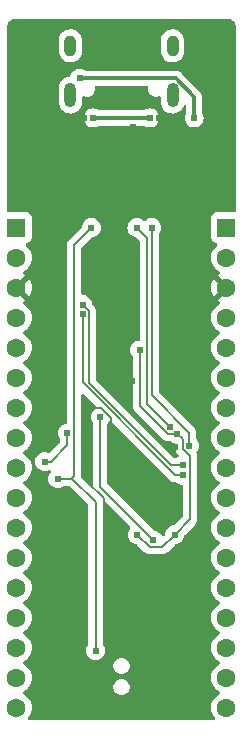
<source format=gbl>
G04 #@! TF.GenerationSoftware,KiCad,Pcbnew,7.0.1*
G04 #@! TF.CreationDate,2023-03-20T20:29:13+09:00*
G04 #@! TF.ProjectId,EB-STM32U575CIU6Q,45422d53-544d-4333-9255-353735434955,V1.0*
G04 #@! TF.SameCoordinates,Original*
G04 #@! TF.FileFunction,Copper,L2,Bot*
G04 #@! TF.FilePolarity,Positive*
%FSLAX46Y46*%
G04 Gerber Fmt 4.6, Leading zero omitted, Abs format (unit mm)*
G04 Created by KiCad (PCBNEW 7.0.1) date 2023-03-20 20:29:13*
%MOMM*%
%LPD*%
G01*
G04 APERTURE LIST*
G04 #@! TA.AperFunction,ComponentPad*
%ADD10O,1.000000X1.800000*%
G04 #@! TD*
G04 #@! TA.AperFunction,ComponentPad*
%ADD11O,1.000000X2.100000*%
G04 #@! TD*
G04 #@! TA.AperFunction,ComponentPad*
%ADD12R,1.600000X1.600000*%
G04 #@! TD*
G04 #@! TA.AperFunction,ComponentPad*
%ADD13C,1.600000*%
G04 #@! TD*
G04 #@! TA.AperFunction,ViaPad*
%ADD14C,0.609600*%
G04 #@! TD*
G04 #@! TA.AperFunction,Conductor*
%ADD15C,0.304800*%
G04 #@! TD*
G04 #@! TA.AperFunction,Conductor*
%ADD16C,0.203200*%
G04 #@! TD*
G04 APERTURE END LIST*
D10*
X4320000Y15400000D03*
D11*
X-4320000Y11220000D03*
D10*
X-4320000Y15400000D03*
D11*
X4320000Y11220000D03*
D12*
X8890000Y0D03*
D13*
X8890000Y-2540000D03*
X8890000Y-5080000D03*
X8890000Y-7620000D03*
X8890000Y-10160000D03*
X8890000Y-12700000D03*
X8890000Y-15240000D03*
X8890000Y-17780000D03*
X8890000Y-20320000D03*
X8890000Y-22860000D03*
X8890000Y-25400000D03*
X8890000Y-27940000D03*
X8890000Y-30480000D03*
X8890000Y-33020000D03*
X8890000Y-35560000D03*
X8890000Y-38100000D03*
X8890000Y-40640000D03*
D12*
X-8890000Y0D03*
D13*
X-8890000Y-2540000D03*
X-8890000Y-5080000D03*
X-8890000Y-7620000D03*
X-8890000Y-10160000D03*
X-8890000Y-12700000D03*
X-8890000Y-15240000D03*
X-8890000Y-17780000D03*
X-8890000Y-20320000D03*
X-8890000Y-22860000D03*
X-8890000Y-25400000D03*
X-8890000Y-27940000D03*
X-8890000Y-30480000D03*
X-8890000Y-33020000D03*
X-8890000Y-35560000D03*
X-8890000Y-38100000D03*
X-8890000Y-40640000D03*
D14*
X6150000Y9300000D03*
X-3550000Y12650000D03*
X900000Y-13000000D03*
X1000000Y8500000D03*
X-5000000Y-10500000D03*
X8000000Y16000000D03*
X-6500000Y4000000D03*
X5900000Y-12800000D03*
X3600000Y-24900000D03*
X-6500000Y-20900000D03*
X-2900000Y-15300000D03*
X0Y0D03*
X4500000Y-18600000D03*
X4500000Y-31000000D03*
X-5000000Y-40000000D03*
X6500000Y4000000D03*
X3200000Y9300000D03*
X500000Y-5000000D03*
X-1500000Y-10500000D03*
X-3200000Y9300000D03*
X-8000000Y16000000D03*
X-1500000Y-5000000D03*
X5000000Y-40000000D03*
X-6500000Y-19800000D03*
X1550000Y-10350000D03*
X4500000Y-26000000D03*
X4738775Y-17461225D03*
X-4600000Y-17400000D03*
X1350000Y-26000000D03*
X2700000Y-26450000D03*
X-1795700Y-16050000D03*
X-2400000Y9300000D03*
X2400000Y9300000D03*
X2550000Y0D03*
X5738775Y-18461225D03*
X4113775Y-16865100D03*
X1300000Y0D03*
X-2550000Y0D03*
X-5400000Y-21250000D03*
X-2200000Y-35800000D03*
X5239778Y-20960222D03*
X-3300000Y-7300000D03*
X5200000Y-20100000D03*
X-3300000Y-6500000D03*
D15*
X6150000Y11078159D02*
X4578159Y12650000D01*
X4578159Y12650000D02*
X-3550000Y12650000D01*
X6150000Y9300000D02*
X6150000Y11078159D01*
D16*
X-1700000Y-15300000D02*
X-900000Y-16100000D01*
X-900000Y-20400000D02*
X3600000Y-24900000D01*
X-2900000Y-15300000D02*
X-2900000Y-21500000D01*
X-2900000Y-21500000D02*
X-1500000Y-22900000D01*
X-2900000Y-15300000D02*
X-1700000Y-15300000D01*
X-1500000Y-22900000D02*
X-1500000Y-23400000D01*
X-1500000Y-23400000D02*
X-1050000Y-23850000D01*
X-900000Y-16100000D02*
X-900000Y-20400000D01*
X-6000000Y-19800000D02*
X-4600000Y-18400000D01*
X2400000Y-27050000D02*
X1350000Y-26000000D01*
X5179975Y-18692688D02*
X5800000Y-19312713D01*
X5798578Y-19601422D02*
X5798578Y-24701422D01*
X4500000Y-26000000D02*
X3450000Y-27050000D01*
X4738775Y-17461225D02*
X5179975Y-17902425D01*
X5800000Y-19312713D02*
X5800000Y-19600000D01*
X5798578Y-24701422D02*
X4500000Y-26000000D01*
X3919637Y-17461225D02*
X1550000Y-15091588D01*
X5800000Y-19600000D02*
X5798578Y-19601422D01*
X5179975Y-17902425D02*
X5179975Y-18692688D01*
X3450000Y-27050000D02*
X2400000Y-27050000D01*
X-6500000Y-19800000D02*
X-6000000Y-19800000D01*
X-4600000Y-18400000D02*
X-4600000Y-17400000D01*
X1550000Y-15091588D02*
X1550000Y-10350000D01*
X4738775Y-17461225D02*
X3919637Y-17461225D01*
X-1795700Y-21954300D02*
X-1795700Y-16050000D01*
X2700000Y-26450000D02*
X-1795700Y-21954300D01*
D15*
X-2400000Y9300000D02*
X2400000Y9300000D01*
D16*
X5738775Y-17338775D02*
X2550000Y-14150000D01*
X2550000Y-14150000D02*
X2550000Y0D01*
X5738775Y-18461225D02*
X5738775Y-17338775D01*
X2194400Y-894400D02*
X2194400Y-14945725D01*
X1300000Y0D02*
X2194400Y-894400D01*
X2194400Y-14945725D02*
X4113775Y-16865100D01*
X-4250000Y-21250000D02*
X-5400000Y-21250000D01*
X-4000000Y-1450000D02*
X-4000000Y-21000000D01*
X-4150000Y-21250000D02*
X-5400000Y-21250000D01*
X-2200000Y-23200000D02*
X-4150000Y-21250000D01*
X-2200000Y-35800000D02*
X-2200000Y-23200000D01*
X-2550000Y0D02*
X-4000000Y-1450000D01*
X-4000000Y-21000000D02*
X-4250000Y-21250000D01*
X-3300000Y-7300000D02*
X-3300000Y-13102894D01*
X4557328Y-20960222D02*
X5239778Y-20960222D01*
X-3300000Y-13102894D02*
X4557328Y-20960222D01*
X4200000Y-20100000D02*
X5200000Y-20100000D01*
X-2741200Y-13158800D02*
X4200000Y-20100000D01*
X-3300000Y-6500000D02*
X-2741200Y-7058800D01*
X-2741200Y-7058800D02*
X-2741200Y-13158800D01*
G04 #@! TA.AperFunction,Conductor*
G36*
X-920226Y-16351530D02*
G01*
X-873502Y-16380888D01*
X2897225Y-20151617D01*
X4097927Y-21352319D01*
X4108621Y-21364513D01*
X4127904Y-21389642D01*
X4127906Y-21389644D01*
X4153031Y-21408923D01*
X4153034Y-21408926D01*
X4159480Y-21413872D01*
X4159482Y-21413874D01*
X4253681Y-21486155D01*
X4400148Y-21546824D01*
X4539041Y-21565109D01*
X4557327Y-21567517D01*
X4557327Y-21567516D01*
X4557328Y-21567517D01*
X4588729Y-21563382D01*
X4604914Y-21562322D01*
X4651649Y-21562322D01*
X4699102Y-21571761D01*
X4722173Y-21587177D01*
X4722674Y-21586381D01*
X4734502Y-21593813D01*
X4734504Y-21593815D01*
X4888160Y-21690364D01*
X5059448Y-21750300D01*
X5086362Y-21753332D01*
X5142329Y-21774098D01*
X5182108Y-21818610D01*
X5196478Y-21876552D01*
X5196478Y-24400662D01*
X5187039Y-24448115D01*
X5160159Y-24488343D01*
X4484359Y-25164141D01*
X4450480Y-25188180D01*
X4410562Y-25199680D01*
X4319672Y-25209921D01*
X4148382Y-25269858D01*
X3994724Y-25366408D01*
X3866408Y-25494724D01*
X3769858Y-25648382D01*
X3709921Y-25819672D01*
X3699680Y-25910562D01*
X3688180Y-25950480D01*
X3664141Y-25984359D01*
X3586386Y-26062114D01*
X3539660Y-26091475D01*
X3484821Y-26097653D01*
X3432733Y-26079427D01*
X3393714Y-26040408D01*
X3333593Y-25944726D01*
X3205274Y-25816407D01*
X3051618Y-25719858D01*
X2880330Y-25659922D01*
X2880329Y-25659921D01*
X2880327Y-25659921D01*
X2789436Y-25649680D01*
X2749518Y-25638180D01*
X2715639Y-25614141D01*
X-1157281Y-21741221D01*
X-1184161Y-21700993D01*
X-1193600Y-21653540D01*
X-1193600Y-16638129D01*
X-1184161Y-16590676D01*
X-1168744Y-16567604D01*
X-1169541Y-16567104D01*
X-1162108Y-16555275D01*
X-1162107Y-16555274D01*
X-1066173Y-16402597D01*
X-1027153Y-16363577D01*
X-975064Y-16345351D01*
X-920226Y-16351530D01*
G37*
G04 #@! TD.AperFunction*
G04 #@! TA.AperFunction,Conductor*
G36*
X-3235582Y-14037923D02*
G01*
X-3186218Y-14068173D01*
X-2126588Y-15127802D01*
X-2097230Y-15174526D01*
X-2091051Y-15229364D01*
X-2109277Y-15281453D01*
X-2148297Y-15320473D01*
X-2300974Y-15416407D01*
X-2429293Y-15544726D01*
X-2525842Y-15698382D01*
X-2585778Y-15869670D01*
X-2606096Y-16050000D01*
X-2585778Y-16230330D01*
X-2525842Y-16401618D01*
X-2429293Y-16555274D01*
X-2429290Y-16555276D01*
X-2421859Y-16567104D01*
X-2422655Y-16567604D01*
X-2407239Y-16590676D01*
X-2397800Y-16638129D01*
X-2397800Y-21851339D01*
X-2411315Y-21907634D01*
X-2448915Y-21951657D01*
X-2502402Y-21973812D01*
X-2560118Y-21969270D01*
X-2609481Y-21939020D01*
X-3367589Y-21180911D01*
X-3397327Y-21133090D01*
X-3402848Y-21077047D01*
X-3396840Y-21031404D01*
X-3396839Y-21031393D01*
X-3392705Y-20999999D01*
X-3396839Y-20968605D01*
X-3397900Y-20952420D01*
X-3397900Y-14155854D01*
X-3384385Y-14099559D01*
X-3346785Y-14055536D01*
X-3293298Y-14033381D01*
X-3235582Y-14037923D01*
G37*
G04 #@! TD.AperFunction*
G04 #@! TA.AperFunction,Conductor*
G36*
X9006060Y17694103D02*
G01*
X9022366Y17692497D01*
X9123377Y17682548D01*
X9147217Y17677806D01*
X9200689Y17661585D01*
X9254165Y17645363D01*
X9276620Y17636062D01*
X9375183Y17583379D01*
X9395395Y17569874D01*
X9481786Y17498974D01*
X9498974Y17481786D01*
X9569874Y17395395D01*
X9583379Y17375183D01*
X9636062Y17276620D01*
X9645365Y17254162D01*
X9677806Y17147217D01*
X9682548Y17123377D01*
X9694103Y17006063D01*
X9694700Y16993908D01*
X9694700Y1424500D01*
X9678087Y1362500D01*
X9632700Y1317113D01*
X9570700Y1300500D01*
X8042154Y1300499D01*
X8042128Y1300499D01*
X7982517Y1294091D01*
X7847669Y1243796D01*
X7732454Y1157546D01*
X7646204Y1042331D01*
X7595909Y907483D01*
X7589500Y847869D01*
X7589500Y-847869D01*
X7595909Y-907483D01*
X7646204Y-1042331D01*
X7732454Y-1157546D01*
X7847669Y-1243796D01*
X7982517Y-1294091D01*
X8017594Y-1297862D01*
X8073513Y-1318239D01*
X8113497Y-1362327D01*
X8128332Y-1419968D01*
X8114600Y-1477881D01*
X8075464Y-1522724D01*
X8050860Y-1539952D01*
X7889953Y-1700859D01*
X7759432Y-1887264D01*
X7663261Y-2093502D01*
X7604364Y-2313310D01*
X7584531Y-2539999D01*
X7604364Y-2766689D01*
X7663261Y-2986497D01*
X7759432Y-3192735D01*
X7889953Y-3379140D01*
X8050859Y-3540046D01*
X8237264Y-3670567D01*
X8237265Y-3670567D01*
X8237266Y-3670568D01*
X8295865Y-3697893D01*
X8348040Y-3743650D01*
X8367460Y-3810275D01*
X8348041Y-3876900D01*
X8295865Y-3922657D01*
X8237517Y-3949865D01*
X8164526Y-4000973D01*
X9155871Y-4992318D01*
X9187965Y-5047905D01*
X9187965Y-5112093D01*
X9155871Y-5167680D01*
X8164526Y-6159025D01*
X8164526Y-6159026D01*
X8237515Y-6210133D01*
X8295865Y-6237342D01*
X8348040Y-6283099D01*
X8367460Y-6349723D01*
X8348041Y-6416348D01*
X8295866Y-6462105D01*
X8237267Y-6489430D01*
X8050859Y-6619953D01*
X7889953Y-6780859D01*
X7759432Y-6967264D01*
X7663261Y-7173502D01*
X7604364Y-7393310D01*
X7584531Y-7620000D01*
X7604364Y-7846689D01*
X7663261Y-8066497D01*
X7759432Y-8272735D01*
X7889953Y-8459140D01*
X8050859Y-8620046D01*
X8237263Y-8750566D01*
X8237266Y-8750568D01*
X8295275Y-8777618D01*
X8347450Y-8823375D01*
X8366869Y-8890000D01*
X8347450Y-8956625D01*
X8295275Y-9002382D01*
X8237263Y-9029433D01*
X8050859Y-9159953D01*
X7889953Y-9320859D01*
X7759432Y-9507264D01*
X7663261Y-9713502D01*
X7604364Y-9933310D01*
X7584531Y-10160000D01*
X7604364Y-10386689D01*
X7663261Y-10606497D01*
X7759432Y-10812735D01*
X7889953Y-10999140D01*
X8050859Y-11160046D01*
X8237266Y-11290568D01*
X8295273Y-11317617D01*
X8347449Y-11363373D01*
X8366869Y-11429997D01*
X8347451Y-11496622D01*
X8295276Y-11542380D01*
X8237266Y-11569431D01*
X8050859Y-11699953D01*
X7889953Y-11860859D01*
X7759432Y-12047264D01*
X7663261Y-12253502D01*
X7604364Y-12473310D01*
X7584531Y-12700000D01*
X7604364Y-12926689D01*
X7663261Y-13146497D01*
X7759432Y-13352735D01*
X7889953Y-13539140D01*
X8050859Y-13700046D01*
X8237265Y-13830567D01*
X8237266Y-13830568D01*
X8295273Y-13857617D01*
X8347449Y-13903373D01*
X8366869Y-13969997D01*
X8347451Y-14036622D01*
X8295276Y-14082380D01*
X8237266Y-14109431D01*
X8050859Y-14239953D01*
X7889953Y-14400859D01*
X7759432Y-14587264D01*
X7663261Y-14793502D01*
X7604364Y-15013310D01*
X7584531Y-15239999D01*
X7604364Y-15466689D01*
X7663261Y-15686497D01*
X7759432Y-15892735D01*
X7889953Y-16079140D01*
X8050859Y-16240046D01*
X8201252Y-16345351D01*
X8237266Y-16370568D01*
X8295273Y-16397617D01*
X8347449Y-16443373D01*
X8366869Y-16509997D01*
X8347451Y-16576622D01*
X8295276Y-16622380D01*
X8237266Y-16649431D01*
X8050859Y-16779953D01*
X7889953Y-16940859D01*
X7759432Y-17127264D01*
X7663261Y-17333502D01*
X7604364Y-17553310D01*
X7584531Y-17779999D01*
X7604364Y-18006689D01*
X7663261Y-18226497D01*
X7759432Y-18432735D01*
X7889953Y-18619140D01*
X8050859Y-18780046D01*
X8237263Y-18910566D01*
X8237266Y-18910568D01*
X8295275Y-18937618D01*
X8347450Y-18983375D01*
X8366869Y-19050000D01*
X8347450Y-19116625D01*
X8295275Y-19162382D01*
X8237263Y-19189433D01*
X8050859Y-19319953D01*
X7889953Y-19480859D01*
X7759432Y-19667264D01*
X7663261Y-19873502D01*
X7604364Y-20093310D01*
X7584531Y-20320000D01*
X7604364Y-20546689D01*
X7663261Y-20766497D01*
X7759432Y-20972735D01*
X7889953Y-21159140D01*
X8050859Y-21320046D01*
X8208363Y-21430330D01*
X8237266Y-21450568D01*
X8295275Y-21477618D01*
X8347450Y-21523375D01*
X8366869Y-21590000D01*
X8347450Y-21656625D01*
X8295275Y-21702381D01*
X8274576Y-21712033D01*
X8237263Y-21729433D01*
X8050859Y-21859953D01*
X7889953Y-22020859D01*
X7759432Y-22207264D01*
X7663261Y-22413502D01*
X7604364Y-22633310D01*
X7584531Y-22860000D01*
X7604364Y-23086689D01*
X7663261Y-23306497D01*
X7759432Y-23512735D01*
X7889953Y-23699140D01*
X8050859Y-23860046D01*
X8237263Y-23990566D01*
X8237266Y-23990568D01*
X8295275Y-24017618D01*
X8347450Y-24063375D01*
X8366869Y-24130000D01*
X8347450Y-24196625D01*
X8295275Y-24242382D01*
X8237263Y-24269433D01*
X8050859Y-24399953D01*
X7889953Y-24560859D01*
X7759432Y-24747264D01*
X7663261Y-24953502D01*
X7604364Y-25173310D01*
X7584531Y-25400000D01*
X7604364Y-25626689D01*
X7663261Y-25846497D01*
X7759432Y-26052735D01*
X7889953Y-26239140D01*
X8050859Y-26400046D01*
X8237263Y-26530566D01*
X8237266Y-26530568D01*
X8295275Y-26557618D01*
X8347450Y-26603375D01*
X8366869Y-26670000D01*
X8347450Y-26736625D01*
X8295275Y-26782382D01*
X8237263Y-26809433D01*
X8050859Y-26939953D01*
X7889953Y-27100859D01*
X7759432Y-27287264D01*
X7663261Y-27493502D01*
X7604364Y-27713310D01*
X7584531Y-27939999D01*
X7604364Y-28166689D01*
X7663261Y-28386497D01*
X7759432Y-28592735D01*
X7889953Y-28779140D01*
X8050859Y-28940046D01*
X8237263Y-29070566D01*
X8237266Y-29070568D01*
X8295275Y-29097618D01*
X8347450Y-29143375D01*
X8366869Y-29210000D01*
X8347450Y-29276625D01*
X8295275Y-29322382D01*
X8237263Y-29349433D01*
X8050859Y-29479953D01*
X7889953Y-29640859D01*
X7759432Y-29827264D01*
X7663261Y-30033502D01*
X7604364Y-30253310D01*
X7584531Y-30479999D01*
X7604364Y-30706689D01*
X7663261Y-30926497D01*
X7759432Y-31132735D01*
X7889953Y-31319140D01*
X8050859Y-31480046D01*
X8237263Y-31610566D01*
X8237266Y-31610568D01*
X8295275Y-31637618D01*
X8347450Y-31683375D01*
X8366869Y-31750000D01*
X8347450Y-31816625D01*
X8295275Y-31862382D01*
X8237263Y-31889433D01*
X8050859Y-32019953D01*
X7889953Y-32180859D01*
X7759432Y-32367264D01*
X7663261Y-32573502D01*
X7604364Y-32793310D01*
X7584531Y-33020000D01*
X7604364Y-33246689D01*
X7663261Y-33466497D01*
X7759432Y-33672735D01*
X7889953Y-33859140D01*
X8050859Y-34020046D01*
X8237266Y-34150568D01*
X8295273Y-34177617D01*
X8347449Y-34223373D01*
X8366869Y-34289997D01*
X8347451Y-34356622D01*
X8295276Y-34402380D01*
X8237266Y-34429431D01*
X8050859Y-34559953D01*
X7889953Y-34720859D01*
X7759432Y-34907264D01*
X7663261Y-35113502D01*
X7604364Y-35333310D01*
X7584531Y-35560000D01*
X7604364Y-35786689D01*
X7663261Y-36006497D01*
X7759432Y-36212735D01*
X7889953Y-36399140D01*
X8050859Y-36560046D01*
X8093750Y-36590078D01*
X8237266Y-36690568D01*
X8295275Y-36717618D01*
X8347450Y-36763375D01*
X8366869Y-36830000D01*
X8347450Y-36896625D01*
X8295275Y-36942382D01*
X8237263Y-36969433D01*
X8050859Y-37099953D01*
X7889953Y-37260859D01*
X7759432Y-37447264D01*
X7663261Y-37653502D01*
X7604364Y-37873310D01*
X7584531Y-38100000D01*
X7604364Y-38326689D01*
X7663261Y-38546497D01*
X7759432Y-38752735D01*
X7889953Y-38939140D01*
X8050859Y-39100046D01*
X8237263Y-39230566D01*
X8237266Y-39230568D01*
X8295275Y-39257618D01*
X8347450Y-39303375D01*
X8366869Y-39370000D01*
X8347450Y-39436625D01*
X8295275Y-39482382D01*
X8237263Y-39509433D01*
X8050859Y-39639953D01*
X7889953Y-39800859D01*
X7759432Y-39987264D01*
X7663261Y-40193502D01*
X7604364Y-40413310D01*
X7584531Y-40640000D01*
X7604364Y-40866689D01*
X7663261Y-41086497D01*
X7759432Y-41292735D01*
X7889953Y-41479140D01*
X7893832Y-41483019D01*
X7924082Y-41532382D01*
X7928624Y-41590098D01*
X7906469Y-41643585D01*
X7862446Y-41681185D01*
X7806151Y-41694700D01*
X-7806151Y-41694700D01*
X-7862446Y-41681185D01*
X-7906469Y-41643585D01*
X-7928624Y-41590098D01*
X-7924082Y-41532382D01*
X-7893832Y-41483019D01*
X-7889953Y-41479140D01*
X-7759432Y-41292735D01*
X-7663261Y-41086497D01*
X-7604364Y-40866689D01*
X-7584531Y-40640000D01*
X-7604364Y-40413310D01*
X-7663261Y-40193502D01*
X-7759432Y-39987264D01*
X-7889953Y-39800859D01*
X-8050859Y-39639953D01*
X-8237263Y-39509433D01*
X-8295275Y-39482382D01*
X-8347450Y-39436625D01*
X-8366869Y-39370000D01*
X-8347450Y-39303375D01*
X-8295275Y-39257618D01*
X-8237266Y-39230568D01*
X-8237263Y-39230566D01*
X-8050859Y-39100046D01*
X-7933416Y-38982603D01*
X-680300Y-38982603D01*
X-640764Y-39143011D01*
X-614337Y-39193360D01*
X-563988Y-39289293D01*
X-454436Y-39412952D01*
X-318473Y-39506800D01*
X-164002Y-39565384D01*
X-41155Y-39580300D01*
X41154Y-39580300D01*
X41155Y-39580300D01*
X164002Y-39565384D01*
X318473Y-39506800D01*
X454436Y-39412952D01*
X563988Y-39289293D01*
X614337Y-39193360D01*
X640764Y-39143011D01*
X680300Y-38982603D01*
X680300Y-38817397D01*
X640764Y-38656988D01*
X563987Y-38510706D01*
X454437Y-38387048D01*
X318472Y-38293199D01*
X164002Y-38234616D01*
X164001Y-38234615D01*
X41155Y-38219700D01*
X-41155Y-38219700D01*
X-164001Y-38234615D01*
X-164002Y-38234616D01*
X-318472Y-38293199D01*
X-454437Y-38387048D01*
X-563987Y-38510706D01*
X-640764Y-38656988D01*
X-680300Y-38817397D01*
X-680300Y-38982603D01*
X-7933416Y-38982603D01*
X-7889953Y-38939140D01*
X-7759432Y-38752735D01*
X-7663261Y-38546497D01*
X-7604364Y-38326689D01*
X-7584531Y-38100000D01*
X-7604364Y-37873310D01*
X-7663261Y-37653502D01*
X-7759432Y-37447264D01*
X-7889953Y-37260859D01*
X-7968209Y-37182603D01*
X-680300Y-37182603D01*
X-640764Y-37343011D01*
X-614337Y-37393360D01*
X-563988Y-37489293D01*
X-454436Y-37612952D01*
X-318473Y-37706800D01*
X-164002Y-37765384D01*
X-41155Y-37780300D01*
X41154Y-37780300D01*
X41155Y-37780300D01*
X164002Y-37765384D01*
X318473Y-37706800D01*
X454436Y-37612952D01*
X563988Y-37489293D01*
X614337Y-37393360D01*
X640764Y-37343011D01*
X680300Y-37182603D01*
X680300Y-37017397D01*
X640764Y-36856988D01*
X563987Y-36710706D01*
X454437Y-36587048D01*
X318472Y-36493199D01*
X164002Y-36434616D01*
X155560Y-36433591D01*
X41155Y-36419700D01*
X-41155Y-36419700D01*
X-155560Y-36433591D01*
X-164002Y-36434616D01*
X-318472Y-36493199D01*
X-454437Y-36587048D01*
X-563987Y-36710706D01*
X-640764Y-36856988D01*
X-680300Y-37017397D01*
X-680300Y-37182603D01*
X-7968209Y-37182603D01*
X-8050859Y-37099953D01*
X-8237263Y-36969433D01*
X-8295275Y-36942382D01*
X-8347450Y-36896625D01*
X-8366869Y-36830000D01*
X-8347450Y-36763375D01*
X-8295275Y-36717618D01*
X-8237266Y-36690568D01*
X-8093750Y-36590078D01*
X-8050859Y-36560046D01*
X-7889953Y-36399140D01*
X-7759432Y-36212735D01*
X-7663261Y-36006497D01*
X-7604364Y-35786689D01*
X-7584531Y-35560000D01*
X-7604364Y-35333310D01*
X-7663261Y-35113502D01*
X-7759432Y-34907264D01*
X-7889953Y-34720859D01*
X-8050859Y-34559953D01*
X-8237266Y-34429431D01*
X-8295276Y-34402380D01*
X-8347451Y-34356622D01*
X-8366869Y-34289997D01*
X-8347449Y-34223373D01*
X-8295273Y-34177617D01*
X-8237266Y-34150568D01*
X-8050859Y-34020046D01*
X-7889953Y-33859140D01*
X-7759432Y-33672735D01*
X-7663261Y-33466497D01*
X-7604364Y-33246689D01*
X-7584531Y-33020000D01*
X-7604364Y-32793310D01*
X-7663261Y-32573502D01*
X-7759432Y-32367264D01*
X-7889953Y-32180859D01*
X-8050859Y-32019953D01*
X-8237263Y-31889433D01*
X-8295275Y-31862382D01*
X-8347450Y-31816625D01*
X-8366869Y-31750000D01*
X-8347450Y-31683375D01*
X-8295275Y-31637618D01*
X-8237266Y-31610568D01*
X-8237263Y-31610566D01*
X-8050859Y-31480046D01*
X-7889953Y-31319140D01*
X-7759432Y-31132735D01*
X-7663261Y-30926497D01*
X-7604364Y-30706689D01*
X-7584531Y-30479999D01*
X-7604364Y-30253310D01*
X-7663261Y-30033502D01*
X-7759432Y-29827264D01*
X-7889953Y-29640859D01*
X-8050859Y-29479953D01*
X-8237263Y-29349433D01*
X-8295275Y-29322382D01*
X-8347450Y-29276625D01*
X-8366869Y-29210000D01*
X-8347450Y-29143375D01*
X-8295275Y-29097618D01*
X-8237266Y-29070568D01*
X-8237263Y-29070566D01*
X-8050859Y-28940046D01*
X-7889953Y-28779140D01*
X-7759432Y-28592735D01*
X-7663261Y-28386497D01*
X-7604364Y-28166689D01*
X-7584531Y-27939999D01*
X-7604364Y-27713310D01*
X-7663261Y-27493502D01*
X-7759432Y-27287264D01*
X-7889953Y-27100859D01*
X-8050859Y-26939953D01*
X-8237263Y-26809433D01*
X-8295275Y-26782382D01*
X-8347450Y-26736625D01*
X-8366869Y-26670000D01*
X-8347450Y-26603375D01*
X-8295275Y-26557618D01*
X-8237266Y-26530568D01*
X-8237263Y-26530566D01*
X-8050859Y-26400046D01*
X-7889953Y-26239140D01*
X-7759432Y-26052735D01*
X-7663261Y-25846497D01*
X-7604364Y-25626689D01*
X-7584531Y-25400000D01*
X-7604364Y-25173310D01*
X-7663261Y-24953502D01*
X-7759432Y-24747264D01*
X-7889953Y-24560859D01*
X-8050859Y-24399953D01*
X-8237263Y-24269433D01*
X-8295275Y-24242382D01*
X-8347450Y-24196625D01*
X-8366869Y-24130000D01*
X-8347450Y-24063375D01*
X-8295275Y-24017618D01*
X-8237266Y-23990568D01*
X-8237263Y-23990566D01*
X-8050859Y-23860046D01*
X-7889953Y-23699140D01*
X-7759432Y-23512735D01*
X-7663261Y-23306497D01*
X-7604364Y-23086689D01*
X-7584531Y-22860000D01*
X-7604364Y-22633310D01*
X-7663261Y-22413502D01*
X-7759432Y-22207264D01*
X-7889953Y-22020859D01*
X-8050859Y-21859953D01*
X-8237263Y-21729433D01*
X-8274576Y-21712033D01*
X-8295275Y-21702381D01*
X-8347450Y-21656625D01*
X-8366869Y-21590000D01*
X-8347450Y-21523375D01*
X-8295275Y-21477618D01*
X-8237266Y-21450568D01*
X-8208363Y-21430330D01*
X-8050859Y-21320046D01*
X-7889953Y-21159140D01*
X-7759432Y-20972735D01*
X-7663261Y-20766497D01*
X-7604364Y-20546689D01*
X-7584531Y-20320000D01*
X-7604364Y-20093310D01*
X-7663261Y-19873502D01*
X-7697536Y-19800000D01*
X-7310396Y-19800000D01*
X-7290078Y-19980330D01*
X-7230142Y-20151618D01*
X-7133593Y-20305274D01*
X-7005274Y-20433593D01*
X-6851618Y-20530142D01*
X-6680330Y-20590078D01*
X-6500000Y-20610396D01*
X-6319670Y-20590078D01*
X-6154508Y-20532285D01*
X-6088684Y-20527848D01*
X-6029898Y-20557801D01*
X-5994796Y-20613666D01*
X-5993315Y-20679626D01*
X-6025876Y-20737009D01*
X-6033593Y-20744726D01*
X-6130142Y-20898382D01*
X-6190078Y-21069670D01*
X-6210396Y-21250000D01*
X-6190078Y-21430330D01*
X-6130142Y-21601618D01*
X-6033593Y-21755274D01*
X-5905274Y-21883593D01*
X-5751618Y-21980142D01*
X-5580330Y-22040078D01*
X-5400000Y-22060396D01*
X-5219670Y-22040078D01*
X-5048382Y-21980142D01*
X-4894726Y-21883593D01*
X-4894724Y-21883591D01*
X-4882896Y-21876159D01*
X-4882395Y-21876955D01*
X-4859324Y-21861539D01*
X-4811871Y-21852100D01*
X-4450760Y-21852100D01*
X-4403307Y-21861539D01*
X-4363079Y-21888419D01*
X-2838419Y-23413079D01*
X-2811539Y-23453307D01*
X-2802100Y-23500760D01*
X-2802100Y-35211871D01*
X-2811539Y-35259324D01*
X-2826955Y-35282395D01*
X-2826159Y-35282896D01*
X-2833591Y-35294724D01*
X-2833593Y-35294726D01*
X-2930142Y-35448382D01*
X-2990078Y-35619670D01*
X-3010396Y-35800000D01*
X-2990078Y-35980330D01*
X-2930142Y-36151618D01*
X-2833593Y-36305274D01*
X-2705274Y-36433593D01*
X-2551618Y-36530142D01*
X-2380330Y-36590078D01*
X-2200000Y-36610396D01*
X-2019670Y-36590078D01*
X-1848382Y-36530142D01*
X-1694726Y-36433593D01*
X-1566407Y-36305274D01*
X-1469858Y-36151618D01*
X-1409922Y-35980330D01*
X-1409921Y-35980329D01*
X-1409921Y-35980327D01*
X-1389603Y-35800000D01*
X-1409921Y-35619672D01*
X-1469858Y-35448382D01*
X-1542163Y-35333310D01*
X-1566407Y-35294726D01*
X-1566408Y-35294724D01*
X-1573841Y-35282896D01*
X-1573044Y-35282395D01*
X-1588461Y-35259324D01*
X-1597900Y-35211871D01*
X-1597900Y-23302959D01*
X-1584385Y-23246664D01*
X-1546785Y-23202641D01*
X-1493298Y-23180486D01*
X-1435582Y-23185028D01*
X-1386219Y-23215277D01*
X-332066Y-24269432D01*
X717135Y-25318633D01*
X749228Y-25374217D01*
X749231Y-25438400D01*
X723624Y-25482760D01*
X723840Y-25482896D01*
X720227Y-25488646D01*
X717144Y-25493987D01*
X716409Y-25494721D01*
X619858Y-25648381D01*
X559921Y-25819672D01*
X539603Y-26000000D01*
X559921Y-26180327D01*
X559921Y-26180329D01*
X559922Y-26180330D01*
X619858Y-26351618D01*
X716407Y-26505274D01*
X844726Y-26633593D01*
X998382Y-26730142D01*
X1169670Y-26790078D01*
X1260560Y-26800318D01*
X1300479Y-26811818D01*
X1334359Y-26835857D01*
X1940599Y-27442097D01*
X1951293Y-27454291D01*
X1970576Y-27479420D01*
X1970578Y-27479422D01*
X1988930Y-27493504D01*
X1995703Y-27498701D01*
X1995705Y-27498703D01*
X2089905Y-27570985D01*
X2094824Y-27575299D01*
X2096351Y-27575931D01*
X2096352Y-27575932D01*
X2096353Y-27575933D01*
X2242820Y-27636602D01*
X2360540Y-27652100D01*
X2360545Y-27652100D01*
X2368589Y-27653159D01*
X2368602Y-27653160D01*
X2400000Y-27657294D01*
X2431395Y-27653161D01*
X2447580Y-27652100D01*
X3402420Y-27652100D01*
X3418604Y-27653160D01*
X3450000Y-27657294D01*
X3481395Y-27653160D01*
X3481408Y-27653160D01*
X3489460Y-27652100D01*
X3607180Y-27636602D01*
X3753647Y-27575933D01*
X3753647Y-27575932D01*
X3753647Y-27575931D01*
X3761111Y-27572840D01*
X3769888Y-27563469D01*
X3847847Y-27503651D01*
X3847847Y-27503650D01*
X3864136Y-27491152D01*
X3864146Y-27491143D01*
X3879422Y-27479422D01*
X3898710Y-27454284D01*
X3909390Y-27442106D01*
X4515642Y-26835854D01*
X4549519Y-26811817D01*
X4589430Y-26800319D01*
X4680330Y-26790078D01*
X4851618Y-26730142D01*
X5005274Y-26633593D01*
X5133593Y-26505274D01*
X5230142Y-26351618D01*
X5290078Y-26180330D01*
X5300319Y-26089430D01*
X5311817Y-26049519D01*
X5335854Y-26015642D01*
X6190685Y-25160811D01*
X6202870Y-25150125D01*
X6228000Y-25130844D01*
X6252226Y-25099271D01*
X6252230Y-25099268D01*
X6324512Y-25005069D01*
X6385180Y-24858602D01*
X6405873Y-24701422D01*
X6401738Y-24670019D01*
X6400678Y-24653835D01*
X6400678Y-19658388D01*
X6401739Y-19642201D01*
X6403161Y-19631401D01*
X6403161Y-19631395D01*
X6404704Y-19619672D01*
X6407294Y-19600000D01*
X6403161Y-19568605D01*
X6402100Y-19552420D01*
X6402100Y-19360299D01*
X6403161Y-19344113D01*
X6407295Y-19312713D01*
X6386602Y-19155533D01*
X6359682Y-19090543D01*
X6358270Y-19087134D01*
X6349270Y-19029259D01*
X6367837Y-18973709D01*
X6372366Y-18966500D01*
X6372368Y-18966499D01*
X6468917Y-18812843D01*
X6528853Y-18641555D01*
X6549171Y-18461225D01*
X6528853Y-18280895D01*
X6468917Y-18109607D01*
X6372368Y-17955951D01*
X6372366Y-17955949D01*
X6364934Y-17944121D01*
X6365730Y-17943620D01*
X6350314Y-17920549D01*
X6340875Y-17873096D01*
X6340875Y-17386361D01*
X6341936Y-17370175D01*
X6346070Y-17338774D01*
X6343662Y-17320488D01*
X6325377Y-17181595D01*
X6264708Y-17035128D01*
X6192427Y-16940929D01*
X6192423Y-16940925D01*
X6187479Y-16934482D01*
X6187479Y-16934481D01*
X6187475Y-16934477D01*
X6168197Y-16909353D01*
X6143062Y-16890066D01*
X6130876Y-16879378D01*
X3188419Y-13936921D01*
X3161539Y-13896693D01*
X3152100Y-13849240D01*
X3152100Y-5080000D01*
X7585033Y-5080000D01*
X7604858Y-5306602D01*
X7663733Y-5526326D01*
X7759866Y-5732484D01*
X7810972Y-5805471D01*
X7810974Y-5805472D01*
X8536446Y-5080001D01*
X8536446Y-5080000D01*
X7810973Y-4354526D01*
X7810973Y-4354527D01*
X7759865Y-4427516D01*
X7663733Y-4633672D01*
X7604858Y-4853397D01*
X7585033Y-5080000D01*
X3152100Y-5080000D01*
X3152100Y-588129D01*
X3161539Y-540676D01*
X3176955Y-517604D01*
X3176159Y-517104D01*
X3183592Y-505275D01*
X3183593Y-505274D01*
X3280142Y-351618D01*
X3340078Y-180330D01*
X3360396Y0D01*
X3340078Y180330D01*
X3280142Y351618D01*
X3183593Y505274D01*
X3055274Y633593D01*
X2901618Y730142D01*
X2730330Y790078D01*
X2550000Y810396D01*
X2369670Y790078D01*
X2198382Y730142D01*
X2044726Y633593D01*
X2044724Y633591D01*
X2012681Y601548D01*
X1957094Y569454D01*
X1892906Y569454D01*
X1837319Y601548D01*
X1805274Y633593D01*
X1651618Y730142D01*
X1480330Y790078D01*
X1300000Y810396D01*
X1119670Y790078D01*
X948382Y730142D01*
X794726Y633593D01*
X666407Y505274D01*
X569858Y351618D01*
X569858Y351617D01*
X509921Y180327D01*
X489603Y0D01*
X509921Y-180327D01*
X509921Y-180329D01*
X509922Y-180330D01*
X569858Y-351618D01*
X666407Y-505274D01*
X794726Y-633593D01*
X948382Y-730142D01*
X1119670Y-790078D01*
X1210560Y-800318D01*
X1250479Y-811818D01*
X1284359Y-835857D01*
X1555981Y-1107479D01*
X1582861Y-1147707D01*
X1592300Y-1195160D01*
X1592300Y-9424024D01*
X1577930Y-9481965D01*
X1538152Y-9526477D01*
X1482184Y-9547244D01*
X1369672Y-9559921D01*
X1198382Y-9619858D01*
X1044724Y-9716408D01*
X916408Y-9844724D01*
X819858Y-9998382D01*
X759921Y-10169672D01*
X739603Y-10350000D01*
X759921Y-10530327D01*
X759921Y-10530329D01*
X759922Y-10530330D01*
X819858Y-10701618D01*
X916407Y-10855274D01*
X916408Y-10855275D01*
X923841Y-10867104D01*
X923044Y-10867604D01*
X938461Y-10890676D01*
X947900Y-10938129D01*
X947900Y-15044008D01*
X946839Y-15060193D01*
X942705Y-15091588D01*
X946839Y-15122983D01*
X946839Y-15122990D01*
X962192Y-15239604D01*
X962193Y-15239614D01*
X963397Y-15248767D01*
X1024065Y-15395232D01*
X1024066Y-15395234D01*
X1024067Y-15395235D01*
X1096349Y-15489435D01*
X1096351Y-15489437D01*
X1096353Y-15489439D01*
X1096355Y-15489443D01*
X1120577Y-15521010D01*
X1145708Y-15540294D01*
X1157902Y-15550988D01*
X3460236Y-17853322D01*
X3470930Y-17865516D01*
X3490213Y-17890645D01*
X3490215Y-17890647D01*
X3515340Y-17909926D01*
X3515343Y-17909929D01*
X3521789Y-17914875D01*
X3521791Y-17914877D01*
X3615990Y-17987158D01*
X3762457Y-18047827D01*
X3901350Y-18066112D01*
X3919636Y-18068520D01*
X3919636Y-18068519D01*
X3919637Y-18068520D01*
X3951039Y-18064385D01*
X3967224Y-18063325D01*
X4150646Y-18063325D01*
X4198099Y-18072764D01*
X4221170Y-18088180D01*
X4221671Y-18087384D01*
X4233499Y-18094816D01*
X4233501Y-18094818D01*
X4387157Y-18191367D01*
X4494832Y-18229044D01*
X4538216Y-18255185D01*
X4567529Y-18296497D01*
X4577875Y-18346084D01*
X4577875Y-18645108D01*
X4576814Y-18661293D01*
X4572680Y-18692688D01*
X4576814Y-18724083D01*
X4576814Y-18724090D01*
X4588499Y-18812843D01*
X4588499Y-18812846D01*
X4593372Y-18849866D01*
X4654040Y-18996332D01*
X4654041Y-18996334D01*
X4654042Y-18996335D01*
X4726324Y-19090535D01*
X4726326Y-19090537D01*
X4726328Y-19090539D01*
X4726330Y-19090543D01*
X4750552Y-19122110D01*
X4775683Y-19141394D01*
X4787877Y-19152088D01*
X4835013Y-19199224D01*
X4864373Y-19245950D01*
X4870552Y-19300788D01*
X4852326Y-19352876D01*
X4813305Y-19391898D01*
X4734776Y-19441241D01*
X4696522Y-19465279D01*
X4682897Y-19473840D01*
X4682396Y-19473043D01*
X4659324Y-19488461D01*
X4611871Y-19497900D01*
X4500760Y-19497900D01*
X4453307Y-19488461D01*
X4413079Y-19461581D01*
X-2102781Y-12945721D01*
X-2129661Y-12905493D01*
X-2139100Y-12858040D01*
X-2139100Y-7106386D01*
X-2138039Y-7090200D01*
X-2133904Y-7058799D01*
X-2154598Y-6901619D01*
X-2215264Y-6755155D01*
X-2287546Y-6660956D01*
X-2311779Y-6629376D01*
X-2336909Y-6610092D01*
X-2349099Y-6599401D01*
X-2464141Y-6484359D01*
X-2488180Y-6450480D01*
X-2499680Y-6410562D01*
X-2509921Y-6319672D01*
X-2569858Y-6148382D01*
X-2666408Y-5994724D01*
X-2794724Y-5866408D01*
X-2948382Y-5769858D01*
X-3119672Y-5709921D01*
X-3287784Y-5690980D01*
X-3343752Y-5670214D01*
X-3383530Y-5625701D01*
X-3397900Y-5567760D01*
X-3397900Y-1750760D01*
X-3388461Y-1703307D01*
X-3361581Y-1663079D01*
X-2534359Y-835857D01*
X-2500479Y-811818D01*
X-2460560Y-800318D01*
X-2369670Y-790078D01*
X-2198382Y-730142D01*
X-2044726Y-633593D01*
X-1916407Y-505274D01*
X-1819858Y-351618D01*
X-1759922Y-180330D01*
X-1759921Y-180329D01*
X-1759921Y-180327D01*
X-1739603Y0D01*
X-1759921Y180327D01*
X-1819858Y351617D01*
X-1819858Y351618D01*
X-1916407Y505274D01*
X-2044726Y633593D01*
X-2198382Y730142D01*
X-2369670Y790078D01*
X-2489890Y803623D01*
X-2549999Y810396D01*
X-2549999Y810395D01*
X-2550000Y810396D01*
X-2730330Y790078D01*
X-2901618Y730142D01*
X-3055274Y633593D01*
X-3183593Y505274D01*
X-3280142Y351618D01*
X-3340078Y180330D01*
X-3350319Y89430D01*
X-3361817Y49519D01*
X-3385854Y15642D01*
X-4191576Y-790078D01*
X-4392097Y-990599D01*
X-4404291Y-1001293D01*
X-4429420Y-1020576D01*
X-4429420Y-1020577D01*
X-4429422Y-1020578D01*
X-4453648Y-1052150D01*
X-4453651Y-1052153D01*
X-4525933Y-1146353D01*
X-4586602Y-1292820D01*
X-4600960Y-1401887D01*
X-4603161Y-1418598D01*
X-4603161Y-1418605D01*
X-4607294Y-1449999D01*
X-4603161Y-1481395D01*
X-4602100Y-1497580D01*
X-4602100Y-16479028D01*
X-4616470Y-16536970D01*
X-4656249Y-16581482D01*
X-4712217Y-16602247D01*
X-4722111Y-16603362D01*
X-4780327Y-16609921D01*
X-4780329Y-16609921D01*
X-4780330Y-16609922D01*
X-4951618Y-16669858D01*
X-5105274Y-16766407D01*
X-5233593Y-16894726D01*
X-5330142Y-17048382D01*
X-5390078Y-17219670D01*
X-5410396Y-17400000D01*
X-5390078Y-17580330D01*
X-5330142Y-17751618D01*
X-5233593Y-17905274D01*
X-5233590Y-17905276D01*
X-5226159Y-17917104D01*
X-5226955Y-17917604D01*
X-5211539Y-17940676D01*
X-5202100Y-17988129D01*
X-5202100Y-18099240D01*
X-5211539Y-18146693D01*
X-5238419Y-18186921D01*
X-6073267Y-19021769D01*
X-6133355Y-19054979D01*
X-6201902Y-19051130D01*
X-6319671Y-19009921D01*
X-6500000Y-18989603D01*
X-6680327Y-19009921D01*
X-6680329Y-19009921D01*
X-6680330Y-19009922D01*
X-6851618Y-19069858D01*
X-7005274Y-19166407D01*
X-7133593Y-19294726D01*
X-7230142Y-19448382D01*
X-7290078Y-19619670D01*
X-7310396Y-19800000D01*
X-7697536Y-19800000D01*
X-7759432Y-19667264D01*
X-7889953Y-19480859D01*
X-8050859Y-19319953D01*
X-8237263Y-19189433D01*
X-8295275Y-19162382D01*
X-8347450Y-19116625D01*
X-8366869Y-19050000D01*
X-8347450Y-18983375D01*
X-8295275Y-18937618D01*
X-8237266Y-18910568D01*
X-8237263Y-18910566D01*
X-8050859Y-18780046D01*
X-7889953Y-18619140D01*
X-7759432Y-18432735D01*
X-7663261Y-18226497D01*
X-7604364Y-18006689D01*
X-7584531Y-17779999D01*
X-7604364Y-17553310D01*
X-7663261Y-17333502D01*
X-7759432Y-17127264D01*
X-7889953Y-16940859D01*
X-8050859Y-16779953D01*
X-8237266Y-16649431D01*
X-8295276Y-16622380D01*
X-8347451Y-16576622D01*
X-8366869Y-16509997D01*
X-8347449Y-16443373D01*
X-8295273Y-16397617D01*
X-8237266Y-16370568D01*
X-8201252Y-16345351D01*
X-8050859Y-16240046D01*
X-7889953Y-16079140D01*
X-7759432Y-15892735D01*
X-7663261Y-15686497D01*
X-7604364Y-15466689D01*
X-7584531Y-15239999D01*
X-7604364Y-15013310D01*
X-7663261Y-14793502D01*
X-7759432Y-14587264D01*
X-7889953Y-14400859D01*
X-8050859Y-14239953D01*
X-8237266Y-14109431D01*
X-8295276Y-14082380D01*
X-8347451Y-14036622D01*
X-8366869Y-13969997D01*
X-8347449Y-13903373D01*
X-8295273Y-13857617D01*
X-8237266Y-13830568D01*
X-8237265Y-13830567D01*
X-8050859Y-13700046D01*
X-7889953Y-13539140D01*
X-7759432Y-13352735D01*
X-7663261Y-13146497D01*
X-7604364Y-12926689D01*
X-7584531Y-12700000D01*
X-7604364Y-12473310D01*
X-7663261Y-12253502D01*
X-7759432Y-12047264D01*
X-7889953Y-11860859D01*
X-8050859Y-11699953D01*
X-8237266Y-11569431D01*
X-8295276Y-11542380D01*
X-8347451Y-11496622D01*
X-8366869Y-11429997D01*
X-8347449Y-11363373D01*
X-8295273Y-11317617D01*
X-8237266Y-11290568D01*
X-8050859Y-11160046D01*
X-7889953Y-10999140D01*
X-7759432Y-10812735D01*
X-7663261Y-10606497D01*
X-7604364Y-10386689D01*
X-7584531Y-10160000D01*
X-7604364Y-9933310D01*
X-7663261Y-9713502D01*
X-7759432Y-9507264D01*
X-7889953Y-9320859D01*
X-8050859Y-9159953D01*
X-8237263Y-9029433D01*
X-8295275Y-9002382D01*
X-8347450Y-8956625D01*
X-8366869Y-8890000D01*
X-8347450Y-8823375D01*
X-8295275Y-8777618D01*
X-8237266Y-8750568D01*
X-8237263Y-8750566D01*
X-8050859Y-8620046D01*
X-7889953Y-8459140D01*
X-7759432Y-8272735D01*
X-7663261Y-8066497D01*
X-7604364Y-7846689D01*
X-7584531Y-7620000D01*
X-7604364Y-7393310D01*
X-7663261Y-7173502D01*
X-7759432Y-6967264D01*
X-7889953Y-6780859D01*
X-8050859Y-6619953D01*
X-8237267Y-6489430D01*
X-8295866Y-6462105D01*
X-8348041Y-6416348D01*
X-8367460Y-6349723D01*
X-8348040Y-6283099D01*
X-8295865Y-6237342D01*
X-8237515Y-6210133D01*
X-8164526Y-6159026D01*
X-8164526Y-6159025D01*
X-9155871Y-5167680D01*
X-9187965Y-5112093D01*
X-9187965Y-5080001D01*
X-8536446Y-5080001D01*
X-7810974Y-5805472D01*
X-7810972Y-5805471D01*
X-7759866Y-5732484D01*
X-7663733Y-5526326D01*
X-7604858Y-5306602D01*
X-7585033Y-5080000D01*
X-7604858Y-4853397D01*
X-7663733Y-4633672D01*
X-7759865Y-4427516D01*
X-7810973Y-4354527D01*
X-7810973Y-4354526D01*
X-8536446Y-5080000D01*
X-8536446Y-5080001D01*
X-9187965Y-5080001D01*
X-9187965Y-5047905D01*
X-9155871Y-4992318D01*
X-8164526Y-4000973D01*
X-8237517Y-3949865D01*
X-8295865Y-3922657D01*
X-8348041Y-3876900D01*
X-8367460Y-3810275D01*
X-8348040Y-3743650D01*
X-8295865Y-3697893D01*
X-8237266Y-3670568D01*
X-8237265Y-3670567D01*
X-8237264Y-3670567D01*
X-8050859Y-3540046D01*
X-7889953Y-3379140D01*
X-7759432Y-3192735D01*
X-7663261Y-2986497D01*
X-7604364Y-2766689D01*
X-7584531Y-2539999D01*
X-7604364Y-2313310D01*
X-7663261Y-2093502D01*
X-7759432Y-1887264D01*
X-7889953Y-1700859D01*
X-8050861Y-1539951D01*
X-8075463Y-1522725D01*
X-8114600Y-1477882D01*
X-8128333Y-1419969D01*
X-8113499Y-1362328D01*
X-8073514Y-1318239D01*
X-8017593Y-1297861D01*
X-7982517Y-1294091D01*
X-7847669Y-1243796D01*
X-7732454Y-1157546D01*
X-7646204Y-1042331D01*
X-7595909Y-907483D01*
X-7589500Y-847873D01*
X-7589500Y-180327D01*
X-7589500Y847869D01*
X-7595909Y907484D01*
X-7646204Y1042330D01*
X-7646204Y1042331D01*
X-7732454Y1157546D01*
X-7847669Y1243796D01*
X-7982517Y1294091D01*
X-8042127Y1300500D01*
X-9570700Y1300499D01*
X-9632700Y1317112D01*
X-9678087Y1362499D01*
X-9694700Y1424499D01*
X-9694700Y9300000D01*
X-3210397Y9300000D01*
X-3193814Y9152834D01*
X-3190078Y9119670D01*
X-3130142Y8948382D01*
X-3033593Y8794726D01*
X-2905274Y8666407D01*
X-2751618Y8569858D01*
X-2580330Y8509922D01*
X-2580327Y8509921D01*
X-2400000Y8489603D01*
X-2219672Y8509921D01*
X-2048381Y8569858D01*
X-1955701Y8628094D01*
X-1889729Y8647100D01*
X1889729Y8647100D01*
X1955701Y8628094D01*
X2048381Y8569858D01*
X2219672Y8509921D01*
X2400000Y8489603D01*
X2580327Y8509921D01*
X2580330Y8509922D01*
X2751618Y8569858D01*
X2905274Y8666407D01*
X3033593Y8794726D01*
X3130142Y8948382D01*
X3190078Y9119670D01*
X3193814Y9152834D01*
X3210397Y9300000D01*
X3190078Y9480327D01*
X3190078Y9480330D01*
X3130142Y9651618D01*
X3033593Y9805274D01*
X2905274Y9933593D01*
X2751618Y10030142D01*
X2580330Y10090078D01*
X2400000Y10110396D01*
X2219670Y10090078D01*
X2048382Y10030142D01*
X2024190Y10014941D01*
X1955701Y9971906D01*
X1889729Y9952900D01*
X-1889729Y9952900D01*
X-1955701Y9971906D01*
X-2024190Y10014941D01*
X-2048382Y10030142D01*
X-2219670Y10090078D01*
X-2400000Y10110396D01*
X-2580330Y10090078D01*
X-2751618Y10030142D01*
X-2905274Y9933593D01*
X-3033593Y9805274D01*
X-3130142Y9651618D01*
X-3190078Y9480330D01*
X-3190078Y9480327D01*
X-3210397Y9300000D01*
X-9694700Y9300000D01*
X-9694700Y10619258D01*
X-5320500Y10619258D01*
X-5305074Y10467562D01*
X-5244159Y10273412D01*
X-5145409Y10095498D01*
X-5012866Y9941105D01*
X-4898923Y9852906D01*
X-4851957Y9816551D01*
X-4669272Y9726940D01*
X-4603608Y9709938D01*
X-4472285Y9675937D01*
X-4451671Y9674891D01*
X-4269062Y9665630D01*
X-4067928Y9696443D01*
X-3877113Y9767113D01*
X-3704431Y9874745D01*
X-3602220Y9971906D01*
X-3556947Y10014941D01*
X-3500876Y10095500D01*
X-3440705Y10181950D01*
X-3360460Y10368941D01*
X-3340194Y10467559D01*
X-3319500Y10568259D01*
X-3319500Y11027178D01*
X-3303210Y11088615D01*
X-3258621Y11133910D01*
X-3197448Y11151163D01*
X-3135763Y11135840D01*
X-3123872Y11129303D01*
X-2969627Y11089700D01*
X-2969625Y11089700D01*
X-2850341Y11089700D01*
X-2850339Y11089700D01*
X-2732005Y11104648D01*
X-2583936Y11163273D01*
X-2455102Y11256876D01*
X-2353590Y11379583D01*
X-2285784Y11523678D01*
X-2255943Y11680111D01*
X-2266926Y11854679D01*
X-2266127Y11854729D01*
X-2269101Y11892494D01*
X-2246947Y11945983D01*
X-2202923Y11983584D01*
X-2146627Y11997100D01*
X2151303Y11997100D01*
X2204099Y11985299D01*
X2246846Y11952141D01*
X2271407Y11903938D01*
X2273107Y11849865D01*
X2255943Y11759888D01*
X2265942Y11600955D01*
X2315154Y11449498D01*
X2400485Y11315037D01*
X2516575Y11206021D01*
X2656127Y11129303D01*
X2810373Y11089700D01*
X2810375Y11089700D01*
X2929659Y11089700D01*
X2929661Y11089700D01*
X3047994Y11104648D01*
X3149852Y11144977D01*
X3209107Y11152936D01*
X3265198Y11132243D01*
X3305087Y11087708D01*
X3319500Y11029685D01*
X3319500Y10619260D01*
X3334926Y10467559D01*
X3395841Y10273412D01*
X3494589Y10095500D01*
X3627135Y9941104D01*
X3788042Y9816551D01*
X3970727Y9726940D01*
X4088512Y9696444D01*
X4167715Y9675937D01*
X4178021Y9675414D01*
X4370937Y9665630D01*
X4572071Y9696443D01*
X4762886Y9767113D01*
X4935568Y9874745D01*
X4997473Y9933591D01*
X5083053Y10014941D01*
X5199295Y10181951D01*
X5259150Y10321428D01*
X5301235Y10373579D01*
X5364311Y10396215D01*
X5429954Y10382725D01*
X5478991Y10337049D01*
X5497100Y10272527D01*
X5497100Y9810271D01*
X5478094Y9744299D01*
X5419858Y9651618D01*
X5359921Y9480327D01*
X5339603Y9300000D01*
X5359921Y9119672D01*
X5419858Y8948382D01*
X5516408Y8794724D01*
X5644724Y8666408D01*
X5798382Y8569858D01*
X5969672Y8509921D01*
X6150000Y8489603D01*
X6330327Y8509921D01*
X6330330Y8509922D01*
X6501618Y8569858D01*
X6655274Y8666407D01*
X6783593Y8794726D01*
X6880142Y8948382D01*
X6940078Y9119670D01*
X6960396Y9300000D01*
X6940078Y9480330D01*
X6880142Y9651618D01*
X6821905Y9744299D01*
X6802900Y9810271D01*
X6802900Y10992391D01*
X6805248Y11013665D01*
X6805167Y11016225D01*
X6805168Y11016228D01*
X6802961Y11086463D01*
X6802900Y11090358D01*
X6802900Y11119227D01*
X6802900Y11119234D01*
X6802342Y11123648D01*
X6801426Y11135286D01*
X6801409Y11135840D01*
X6799987Y11181107D01*
X6794033Y11201600D01*
X6790088Y11220652D01*
X6787414Y11241818D01*
X6770540Y11284436D01*
X6766754Y11295494D01*
X6753965Y11339518D01*
X6743102Y11357884D01*
X6734542Y11375359D01*
X6726689Y11395193D01*
X6726688Y11395196D01*
X6699735Y11432291D01*
X6693328Y11442047D01*
X6692667Y11443164D01*
X6669992Y11481507D01*
X6654899Y11496599D01*
X6642269Y11511386D01*
X6629726Y11528652D01*
X6594391Y11557882D01*
X6585771Y11565726D01*
X5100475Y13051022D01*
X5087094Y13067725D01*
X5085227Y13069477D01*
X5085225Y13069482D01*
X5033958Y13117623D01*
X5031257Y13120240D01*
X5010785Y13140714D01*
X5007266Y13143442D01*
X4998398Y13151016D01*
X4964974Y13182405D01*
X4946273Y13192684D01*
X4930019Y13203362D01*
X4913154Y13216445D01*
X4871078Y13234652D01*
X4860597Y13239786D01*
X4820418Y13261876D01*
X4799750Y13267182D01*
X4781351Y13273480D01*
X4761760Y13281959D01*
X4716472Y13289130D01*
X4705042Y13291498D01*
X4688726Y13295687D01*
X4660640Y13302900D01*
X4660639Y13302900D01*
X4639298Y13302900D01*
X4619900Y13304426D01*
X4598830Y13307764D01*
X4553191Y13303449D01*
X4541524Y13302900D01*
X-3039729Y13302900D01*
X-3105701Y13321906D01*
X-3198382Y13380142D01*
X-3369670Y13440078D01*
X-3550000Y13460396D01*
X-3730330Y13440078D01*
X-3901618Y13380142D01*
X-4055274Y13283593D01*
X-4183593Y13155274D01*
X-4280142Y13001618D01*
X-4334411Y12846522D01*
X-4372224Y12792092D01*
X-4432673Y12764911D01*
X-4572071Y12743556D01*
X-4762887Y12672886D01*
X-4935571Y12565252D01*
X-5083053Y12425059D01*
X-5199295Y12258049D01*
X-5279540Y12071058D01*
X-5320500Y11871741D01*
X-5320500Y10619258D01*
X-9694700Y10619258D01*
X-9694700Y14949258D01*
X-5320500Y14949258D01*
X-5305074Y14797562D01*
X-5244159Y14603412D01*
X-5145409Y14425498D01*
X-5012866Y14271105D01*
X-4898923Y14182906D01*
X-4851957Y14146551D01*
X-4669272Y14056940D01*
X-4603608Y14039938D01*
X-4472285Y14005937D01*
X-4451671Y14004891D01*
X-4269062Y13995630D01*
X-4067928Y14026443D01*
X-3877113Y14097113D01*
X-3704431Y14204745D01*
X-3628991Y14276456D01*
X-3556947Y14344941D01*
X-3500876Y14425500D01*
X-3440705Y14511950D01*
X-3360460Y14698941D01*
X-3340194Y14797559D01*
X-3319500Y14898259D01*
X-3319500Y14949260D01*
X3319500Y14949260D01*
X3334926Y14797559D01*
X3395841Y14603412D01*
X3494589Y14425500D01*
X3627135Y14271104D01*
X3788042Y14146551D01*
X3970727Y14056940D01*
X4088512Y14026444D01*
X4167715Y14005937D01*
X4178021Y14005414D01*
X4370937Y13995630D01*
X4572071Y14026443D01*
X4762886Y14097113D01*
X4935568Y14204745D01*
X4945747Y14214421D01*
X5083053Y14344941D01*
X5199295Y14511951D01*
X5279540Y14698942D01*
X5320500Y14898259D01*
X5320500Y15850742D01*
X5305074Y16002438D01*
X5244159Y16196588D01*
X5145409Y16374502D01*
X5012866Y16528895D01*
X4851958Y16653448D01*
X4669271Y16743060D01*
X4472285Y16794063D01*
X4269064Y16804369D01*
X4269063Y16804368D01*
X4269062Y16804369D01*
X4067928Y16773556D01*
X3877113Y16702886D01*
X3704431Y16595254D01*
X3704429Y16595252D01*
X3556947Y16455059D01*
X3440705Y16288049D01*
X3360460Y16101058D01*
X3340194Y16002438D01*
X3319500Y15901739D01*
X3319500Y14949260D01*
X-3319500Y14949260D01*
X-3319500Y15850742D01*
X-3334926Y16002438D01*
X-3334926Y16002440D01*
X-3395841Y16196587D01*
X-3395841Y16196588D01*
X-3494591Y16374502D01*
X-3627134Y16528895D01*
X-3788042Y16653448D01*
X-3970729Y16743060D01*
X-4167715Y16794063D01*
X-4370936Y16804369D01*
X-4370936Y16804368D01*
X-4370937Y16804369D01*
X-4572070Y16773556D01*
X-4572071Y16773556D01*
X-4762887Y16702886D01*
X-4935571Y16595252D01*
X-5083053Y16455059D01*
X-5199295Y16288049D01*
X-5279540Y16101058D01*
X-5320500Y15901741D01*
X-5320500Y14949258D01*
X-9694700Y14949258D01*
X-9694700Y16993908D01*
X-9694103Y17006063D01*
X-9682548Y17123378D01*
X-9677806Y17147218D01*
X-9645365Y17254162D01*
X-9636062Y17276620D01*
X-9583379Y17375183D01*
X-9569874Y17395395D01*
X-9498974Y17481786D01*
X-9481786Y17498974D01*
X-9395395Y17569874D01*
X-9375183Y17583379D01*
X-9276620Y17636062D01*
X-9254165Y17645363D01*
X-9200690Y17661585D01*
X-9147218Y17677806D01*
X-9123378Y17682548D01*
X-9022048Y17692528D01*
X-9006060Y17694103D01*
X-8993908Y17694700D01*
X-8951645Y17694700D01*
X8951645Y17694700D01*
X8993908Y17694700D01*
X9006060Y17694103D01*
G37*
G04 #@! TD.AperFunction*
M02*

</source>
